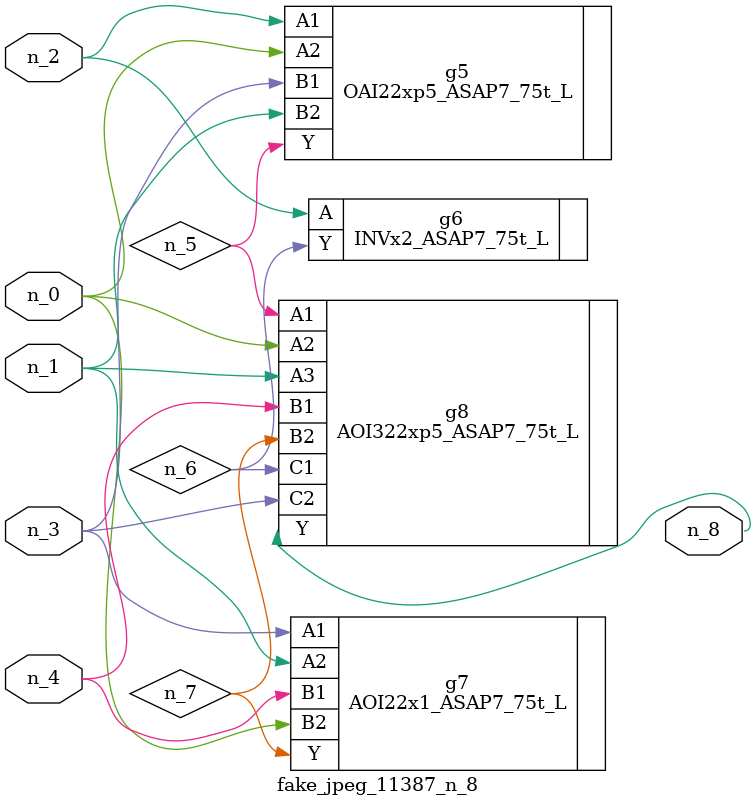
<source format=v>
module fake_jpeg_11387_n_8 (n_3, n_2, n_1, n_0, n_4, n_8);

input n_3;
input n_2;
input n_1;
input n_0;
input n_4;

output n_8;

wire n_6;
wire n_5;
wire n_7;

OAI22xp5_ASAP7_75t_L g5 ( 
.A1(n_2),
.A2(n_0),
.B1(n_3),
.B2(n_1),
.Y(n_5)
);

INVx2_ASAP7_75t_L g6 ( 
.A(n_2),
.Y(n_6)
);

AOI22x1_ASAP7_75t_L g7 ( 
.A1(n_3),
.A2(n_1),
.B1(n_4),
.B2(n_0),
.Y(n_7)
);

AOI322xp5_ASAP7_75t_L g8 ( 
.A1(n_5),
.A2(n_0),
.A3(n_1),
.B1(n_4),
.B2(n_7),
.C1(n_6),
.C2(n_3),
.Y(n_8)
);


endmodule
</source>
